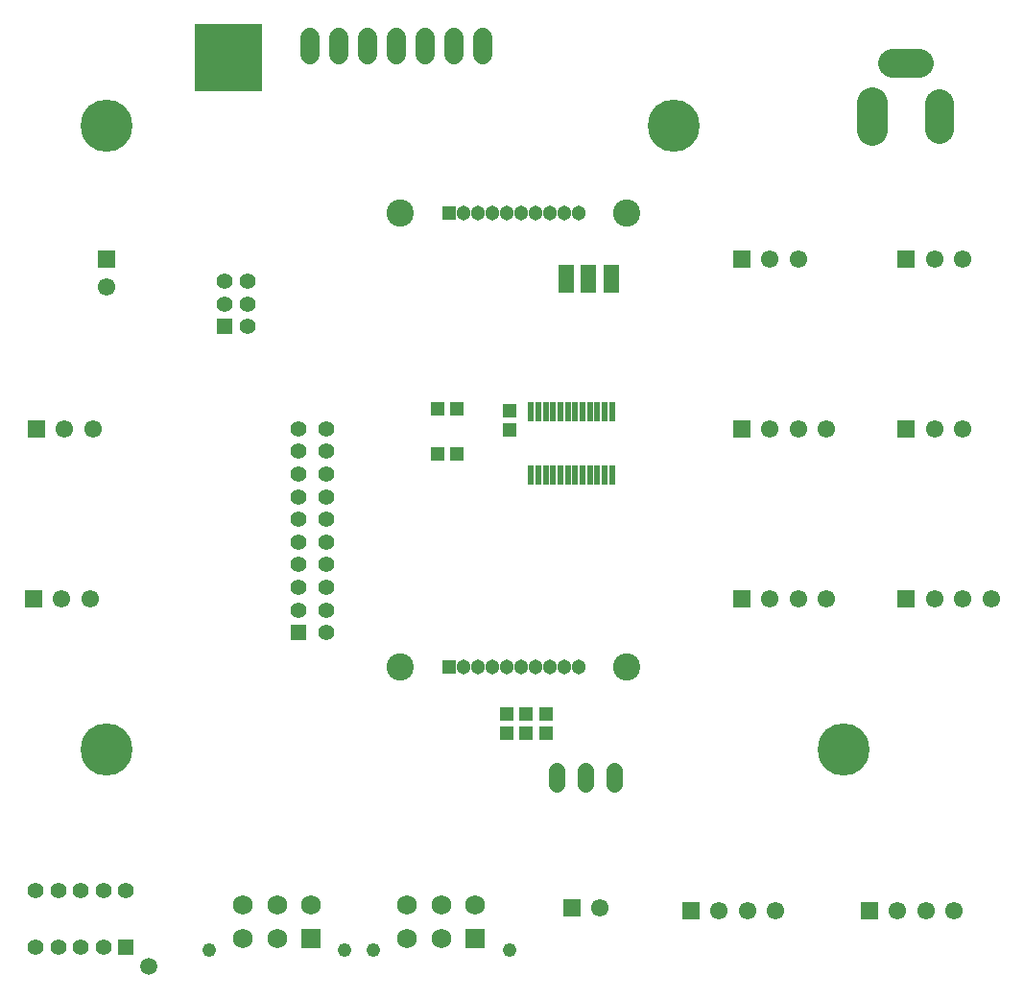
<source format=gts>
G75*
G70*
%OFA0B0*%
%FSLAX24Y24*%
%IPPOS*%
%LPD*%
%AMOC8*
5,1,8,0,0,1.08239X$1,22.5*
%
%ADD10C,0.1812*%
%ADD11R,0.2362X0.2362*%
%ADD12R,0.0513X0.0513*%
%ADD13C,0.0513*%
%ADD14R,0.0552X0.0552*%
%ADD15C,0.0552*%
%ADD16C,0.0946*%
%ADD17R,0.0611X0.0611*%
%ADD18C,0.0611*%
%ADD19R,0.0198X0.0710*%
%ADD20R,0.0474X0.0513*%
%ADD21C,0.0482*%
%ADD22R,0.0682X0.0682*%
%ADD23C,0.0682*%
%ADD24C,0.0592*%
%ADD25C,0.0986*%
%ADD26C,0.1064*%
%ADD27R,0.0580X0.0330*%
%ADD28C,0.0560*%
%ADD29R,0.0513X0.0474*%
%ADD30C,0.0680*%
D10*
X004098Y010004D03*
X004098Y031657D03*
X023783Y031657D03*
X029689Y010004D03*
D11*
X008331Y034020D03*
D12*
X015978Y028614D03*
X015978Y012866D03*
D13*
X016478Y012866D03*
X016978Y012866D03*
X017478Y012866D03*
X017978Y012866D03*
X018478Y012866D03*
X018978Y012866D03*
X019478Y012866D03*
X019978Y012866D03*
X020478Y012866D03*
X020478Y028614D03*
X019978Y028614D03*
X019478Y028614D03*
X018978Y028614D03*
X018478Y028614D03*
X017978Y028614D03*
X017478Y028614D03*
X016978Y028614D03*
X016478Y028614D03*
D14*
X008189Y024677D03*
X010748Y014047D03*
X004768Y003114D03*
D15*
X001618Y003114D03*
X002405Y003114D03*
X003193Y003114D03*
X003980Y003114D03*
X003980Y005083D03*
X003193Y005083D03*
X002405Y005083D03*
X001618Y005083D03*
X004768Y005083D03*
X011732Y014047D03*
X011732Y014834D03*
X011732Y015622D03*
X011732Y016409D03*
X011732Y017197D03*
X011732Y017984D03*
X011732Y018771D03*
X011732Y019559D03*
X011732Y020346D03*
X011732Y021134D03*
X010748Y021134D03*
X010748Y020346D03*
X010748Y019559D03*
X010748Y018771D03*
X010748Y017984D03*
X010748Y017197D03*
X010748Y016409D03*
X010748Y015622D03*
X010748Y014834D03*
X008976Y024677D03*
X008976Y025464D03*
X008189Y025464D03*
X008189Y026252D03*
X008976Y026252D03*
D16*
X014291Y028614D03*
X022165Y028614D03*
X022165Y012866D03*
X014291Y012866D03*
D17*
X020240Y004492D03*
X024374Y004394D03*
X030575Y004394D03*
X031854Y015220D03*
X026146Y015220D03*
X026146Y021126D03*
X031854Y021126D03*
X031854Y027031D03*
X026146Y027031D03*
X004098Y027031D03*
X001638Y021126D03*
X001539Y015220D03*
D18*
X002523Y015220D03*
X003508Y015220D03*
X003606Y021126D03*
X002622Y021126D03*
X004098Y026047D03*
X021224Y004492D03*
X025358Y004394D03*
X026342Y004394D03*
X027327Y004394D03*
X031559Y004394D03*
X032543Y004394D03*
X033527Y004394D03*
X033823Y015220D03*
X032838Y015220D03*
X034807Y015220D03*
X029098Y015220D03*
X028114Y015220D03*
X027130Y015220D03*
X027130Y021126D03*
X028114Y021126D03*
X029098Y021126D03*
X032838Y021126D03*
X033823Y021126D03*
X033823Y027031D03*
X032838Y027031D03*
X028114Y027031D03*
X027130Y027031D03*
D19*
X021647Y021736D03*
X021392Y021736D03*
X021136Y021736D03*
X020880Y021736D03*
X020624Y021736D03*
X020368Y021736D03*
X020112Y021736D03*
X019856Y021736D03*
X019600Y021736D03*
X019344Y021736D03*
X019088Y021736D03*
X018833Y021736D03*
X018833Y019531D03*
X019088Y019531D03*
X019344Y019531D03*
X019600Y019531D03*
X019856Y019531D03*
X020112Y019531D03*
X020368Y019531D03*
X020624Y019531D03*
X020880Y019531D03*
X021136Y019531D03*
X021392Y019531D03*
X021647Y019531D03*
D20*
X018075Y021086D03*
X018075Y021756D03*
X016244Y021815D03*
X015575Y021815D03*
X015575Y020240D03*
X016244Y020240D03*
D21*
X018075Y003039D03*
X013350Y003039D03*
X012366Y003039D03*
X007642Y003039D03*
D22*
X011185Y003409D03*
X016894Y003409D03*
D23*
X016894Y004590D03*
X015712Y004590D03*
X014531Y004590D03*
X014531Y003409D03*
X015712Y003409D03*
X011185Y004590D03*
X010004Y004590D03*
X010004Y003409D03*
X008823Y003409D03*
X008823Y004590D03*
D24*
X005555Y002445D03*
D25*
X033035Y031520D02*
X033035Y032425D01*
X032307Y033823D02*
X031401Y033823D01*
D26*
X030673Y032464D02*
X030673Y031480D01*
D27*
X021618Y026662D03*
X021618Y026342D03*
X021618Y026022D03*
X020831Y026022D03*
X020831Y026342D03*
X020831Y026662D03*
X020043Y026662D03*
X020043Y026342D03*
X020043Y026022D03*
D28*
X019732Y009260D02*
X019732Y008780D01*
X020732Y008780D02*
X020732Y009260D01*
X021732Y009260D02*
X021732Y008780D01*
D29*
X019354Y010555D03*
X019354Y011224D03*
X018665Y011224D03*
X018665Y010555D03*
X017976Y010555D03*
X017976Y011224D03*
D30*
X017138Y034113D02*
X017138Y034713D01*
X016138Y034713D02*
X016138Y034113D01*
X015138Y034113D02*
X015138Y034713D01*
X014138Y034713D02*
X014138Y034113D01*
X013138Y034113D02*
X013138Y034713D01*
X012138Y034713D02*
X012138Y034113D01*
X011138Y034113D02*
X011138Y034713D01*
M02*

</source>
